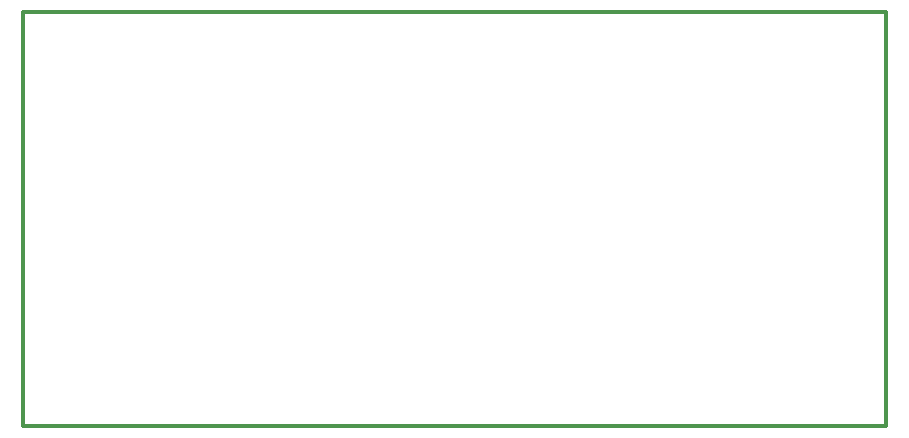
<source format=gm1>
%FSLAX43Y43*%
%MOMM*%
G71*
G01*
G75*
G04 Layer_Color=16711935*
%ADD10R,2.880X1.120*%
%ADD11R,0.800X0.900*%
%ADD12R,0.900X1.270*%
%ADD13R,1.000X1.800*%
%ADD14R,1.400X1.200*%
%ADD15R,0.300X1.600*%
%ADD16R,1.600X0.300*%
%ADD17R,0.900X0.800*%
%ADD18R,0.508X0.559*%
%ADD19R,1.270X0.900*%
G04:AMPARAMS|DCode=20|XSize=1.9mm|YSize=3.3mm|CornerRadius=0mm|HoleSize=0mm|Usage=FLASHONLY|Rotation=180.000|XOffset=0mm|YOffset=0mm|HoleType=Round|Shape=Octagon|*
%AMOCTAGOND20*
4,1,8,0.475,-1.650,-0.475,-1.650,-0.950,-1.175,-0.950,1.175,-0.475,1.650,0.475,1.650,0.950,1.175,0.950,-1.175,0.475,-1.650,0.0*
%
%ADD20OCTAGOND20*%

%ADD21R,0.700X1.800*%
%ADD22R,0.700X1.350*%
%ADD23R,0.800X0.800*%
%ADD24R,1.600X2.200*%
%ADD25R,1.350X0.400*%
%ADD26R,1.900X1.900*%
%ADD27R,1.900X1.800*%
%ADD28R,0.600X1.400*%
%ADD29R,1.800X2.500*%
%ADD30C,0.200*%
%ADD31C,0.400*%
%ADD32C,0.300*%
%ADD33R,0.550X11.375*%
%ADD34R,0.550X2.225*%
%ADD35R,0.550X2.300*%
%ADD36R,1.975X0.550*%
%ADD37R,1.400X0.400*%
%ADD38R,0.400X1.400*%
%ADD39R,1.400X0.400*%
%ADD40R,2.150X0.500*%
%ADD41R,0.500X2.150*%
%ADD42C,0.600*%
%ADD43C,3.200*%
%ADD44C,1.000*%
%ADD45R,1.800X1.800*%
%ADD46C,1.800*%
%ADD47C,1.500*%
%ADD48C,1.700*%
%ADD49C,2.000*%
%ADD50R,1.143X1.270*%
%ADD51R,4.800X0.650*%
%ADD52R,0.650X4.800*%
%ADD53R,3.175X0.650*%
%ADD54R,0.500X3.425*%
%ADD55R,3.425X0.500*%
%ADD56R,3.625X0.600*%
%ADD57R,0.600X3.625*%
%ADD58C,0.254*%
%ADD59R,1.550X3.125*%
%ADD60R,3.083X1.323*%
%ADD61R,1.003X1.103*%
%ADD62R,1.103X1.473*%
%ADD63R,1.203X2.003*%
%ADD64R,1.603X1.403*%
%ADD65R,0.503X1.803*%
%ADD66R,1.803X0.503*%
%ADD67R,1.103X1.003*%
%ADD68R,0.711X0.762*%
%ADD69R,1.473X1.103*%
G04:AMPARAMS|DCode=70|XSize=2.103mm|YSize=3.503mm|CornerRadius=0mm|HoleSize=0mm|Usage=FLASHONLY|Rotation=180.000|XOffset=0mm|YOffset=0mm|HoleType=Round|Shape=Octagon|*
%AMOCTAGOND70*
4,1,8,0.526,-1.752,-0.526,-1.752,-1.052,-1.226,-1.052,1.226,-0.526,1.752,0.526,1.752,1.052,1.226,1.052,-1.226,0.526,-1.752,0.0*
%
%ADD70OCTAGOND70*%

%ADD71R,0.903X2.003*%
%ADD72R,0.903X1.553*%
%ADD73R,1.003X1.003*%
%ADD74R,1.803X2.403*%
%ADD75R,1.553X0.603*%
%ADD76R,2.103X2.103*%
%ADD77R,2.103X2.003*%
%ADD78R,0.803X1.603*%
%ADD79R,2.003X2.703*%
%ADD80C,3.403*%
%ADD81C,1.203*%
%ADD82R,2.003X2.003*%
%ADD83C,2.003*%
%ADD84C,1.703*%
%ADD85C,1.903*%
%ADD86C,2.203*%
%ADD87R,1.346X1.473*%
D32*
X50800Y76200D02*
Y111200D01*
X123800D01*
Y76200D02*
Y111200D01*
X50800Y76200D02*
X123800D01*
M02*

</source>
